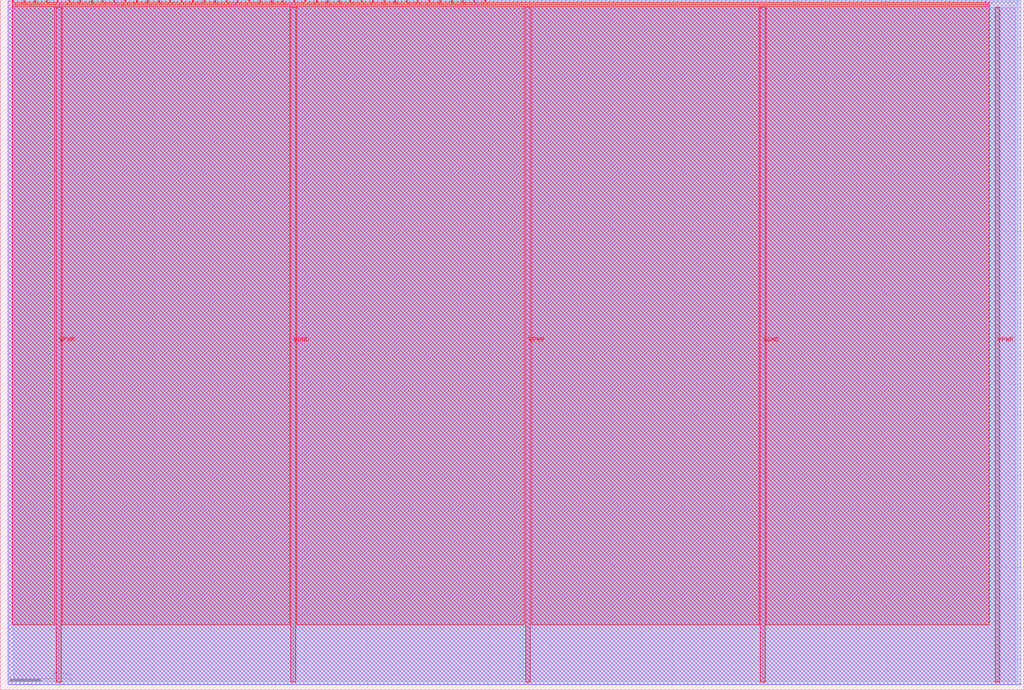
<source format=lef>
VERSION 5.7 ;
  NOWIREEXTENSIONATPIN ON ;
  DIVIDERCHAR "/" ;
  BUSBITCHARS "[]" ;
MACRO tt_um_MichaelBell_tinyQV
  CLASS BLOCK ;
  FOREIGN tt_um_MichaelBell_tinyQV ;
  ORIGIN 0.000 0.000 ;
  SIZE 334.880 BY 225.760 ;
  PIN VGND
    DIRECTION INOUT ;
    USE GROUND ;
    PORT
      LAYER met4 ;
        RECT 95.080 2.480 96.680 223.280 ;
    END
    PORT
      LAYER met4 ;
        RECT 248.680 2.480 250.280 223.280 ;
    END
  END VGND
  PIN VPWR
    DIRECTION INOUT ;
    USE POWER ;
    PORT
      LAYER met4 ;
        RECT 18.280 2.480 19.880 223.280 ;
    END
    PORT
      LAYER met4 ;
        RECT 171.880 2.480 173.480 223.280 ;
    END
    PORT
      LAYER met4 ;
        RECT 325.480 2.480 327.080 223.280 ;
    END
  END VPWR
  PIN clk
    DIRECTION INPUT ;
    USE SIGNAL ;
    ANTENNAGATEAREA 0.852000 ;
    PORT
      LAYER met4 ;
        RECT 154.870 224.760 155.170 225.760 ;
    END
  END clk
  PIN ena
    DIRECTION INPUT ;
    USE SIGNAL ;
    PORT
      LAYER met4 ;
        RECT 158.550 224.760 158.850 225.760 ;
    END
  END ena
  PIN rst_n
    DIRECTION INPUT ;
    USE SIGNAL ;
    ANTENNAGATEAREA 0.159000 ;
    PORT
      LAYER met4 ;
        RECT 151.190 224.760 151.490 225.760 ;
    END
  END rst_n
  PIN ui_in[0]
    DIRECTION INPUT ;
    USE SIGNAL ;
    ANTENNAGATEAREA 0.196500 ;
    PORT
      LAYER met4 ;
        RECT 147.510 224.760 147.810 225.760 ;
    END
  END ui_in[0]
  PIN ui_in[1]
    DIRECTION INPUT ;
    USE SIGNAL ;
    ANTENNAGATEAREA 0.213000 ;
    PORT
      LAYER met4 ;
        RECT 143.830 224.760 144.130 225.760 ;
    END
  END ui_in[1]
  PIN ui_in[2]
    DIRECTION INPUT ;
    USE SIGNAL ;
    ANTENNAGATEAREA 0.196500 ;
    PORT
      LAYER met4 ;
        RECT 140.150 224.760 140.450 225.760 ;
    END
  END ui_in[2]
  PIN ui_in[3]
    DIRECTION INPUT ;
    USE SIGNAL ;
    ANTENNAGATEAREA 0.159000 ;
    PORT
      LAYER met4 ;
        RECT 136.470 224.760 136.770 225.760 ;
    END
  END ui_in[3]
  PIN ui_in[4]
    DIRECTION INPUT ;
    USE SIGNAL ;
    ANTENNAGATEAREA 0.159000 ;
    PORT
      LAYER met4 ;
        RECT 132.790 224.760 133.090 225.760 ;
    END
  END ui_in[4]
  PIN ui_in[5]
    DIRECTION INPUT ;
    USE SIGNAL ;
    ANTENNAGATEAREA 0.196500 ;
    PORT
      LAYER met4 ;
        RECT 129.110 224.760 129.410 225.760 ;
    END
  END ui_in[5]
  PIN ui_in[6]
    DIRECTION INPUT ;
    USE SIGNAL ;
    ANTENNAGATEAREA 0.196500 ;
    PORT
      LAYER met4 ;
        RECT 125.430 224.760 125.730 225.760 ;
    END
  END ui_in[6]
  PIN ui_in[7]
    DIRECTION INPUT ;
    USE SIGNAL ;
    ANTENNAGATEAREA 0.126000 ;
    PORT
      LAYER met4 ;
        RECT 121.750 224.760 122.050 225.760 ;
    END
  END ui_in[7]
  PIN uio_in[0]
    DIRECTION INPUT ;
    USE SIGNAL ;
    PORT
      LAYER met4 ;
        RECT 118.070 224.760 118.370 225.760 ;
    END
  END uio_in[0]
  PIN uio_in[1]
    DIRECTION INPUT ;
    USE SIGNAL ;
    ANTENNAGATEAREA 0.196500 ;
    PORT
      LAYER met4 ;
        RECT 114.390 224.760 114.690 225.760 ;
    END
  END uio_in[1]
  PIN uio_in[2]
    DIRECTION INPUT ;
    USE SIGNAL ;
    ANTENNAGATEAREA 0.196500 ;
    PORT
      LAYER met4 ;
        RECT 110.710 224.760 111.010 225.760 ;
    END
  END uio_in[2]
  PIN uio_in[3]
    DIRECTION INPUT ;
    USE SIGNAL ;
    PORT
      LAYER met4 ;
        RECT 107.030 224.760 107.330 225.760 ;
    END
  END uio_in[3]
  PIN uio_in[4]
    DIRECTION INPUT ;
    USE SIGNAL ;
    ANTENNAGATEAREA 0.196500 ;
    PORT
      LAYER met4 ;
        RECT 103.350 224.760 103.650 225.760 ;
    END
  END uio_in[4]
  PIN uio_in[5]
    DIRECTION INPUT ;
    USE SIGNAL ;
    ANTENNAGATEAREA 0.196500 ;
    PORT
      LAYER met4 ;
        RECT 99.670 224.760 99.970 225.760 ;
    END
  END uio_in[5]
  PIN uio_in[6]
    DIRECTION INPUT ;
    USE SIGNAL ;
    PORT
      LAYER met4 ;
        RECT 95.990 224.760 96.290 225.760 ;
    END
  END uio_in[6]
  PIN uio_in[7]
    DIRECTION INPUT ;
    USE SIGNAL ;
    PORT
      LAYER met4 ;
        RECT 92.310 224.760 92.610 225.760 ;
    END
  END uio_in[7]
  PIN uio_oe[0]
    DIRECTION OUTPUT TRISTATE ;
    USE SIGNAL ;
    ANTENNADIFFAREA 0.795200 ;
    PORT
      LAYER met4 ;
        RECT 29.750 224.760 30.050 225.760 ;
    END
  END uio_oe[0]
  PIN uio_oe[1]
    DIRECTION OUTPUT TRISTATE ;
    USE SIGNAL ;
    ANTENNADIFFAREA 0.795200 ;
    PORT
      LAYER met4 ;
        RECT 26.070 224.760 26.370 225.760 ;
    END
  END uio_oe[1]
  PIN uio_oe[2]
    DIRECTION OUTPUT TRISTATE ;
    USE SIGNAL ;
    ANTENNADIFFAREA 0.795200 ;
    PORT
      LAYER met4 ;
        RECT 22.390 224.760 22.690 225.760 ;
    END
  END uio_oe[2]
  PIN uio_oe[3]
    DIRECTION OUTPUT TRISTATE ;
    USE SIGNAL ;
    ANTENNADIFFAREA 0.795200 ;
    PORT
      LAYER met4 ;
        RECT 18.710 224.760 19.010 225.760 ;
    END
  END uio_oe[3]
  PIN uio_oe[4]
    DIRECTION OUTPUT TRISTATE ;
    USE SIGNAL ;
    ANTENNADIFFAREA 0.795200 ;
    PORT
      LAYER met4 ;
        RECT 15.030 224.760 15.330 225.760 ;
    END
  END uio_oe[4]
  PIN uio_oe[5]
    DIRECTION OUTPUT TRISTATE ;
    USE SIGNAL ;
    ANTENNAGATEAREA 0.639000 ;
    ANTENNADIFFAREA 0.795200 ;
    PORT
      LAYER met4 ;
        RECT 11.350 224.760 11.650 225.760 ;
    END
  END uio_oe[5]
  PIN uio_oe[6]
    DIRECTION OUTPUT TRISTATE ;
    USE SIGNAL ;
    ANTENNADIFFAREA 0.795200 ;
    PORT
      LAYER met4 ;
        RECT 7.670 224.760 7.970 225.760 ;
    END
  END uio_oe[6]
  PIN uio_oe[7]
    DIRECTION OUTPUT TRISTATE ;
    USE SIGNAL ;
    ANTENNADIFFAREA 0.795200 ;
    PORT
      LAYER met4 ;
        RECT 3.990 224.760 4.290 225.760 ;
    END
  END uio_oe[7]
  PIN uio_out[0]
    DIRECTION OUTPUT TRISTATE ;
    USE SIGNAL ;
    ANTENNADIFFAREA 0.795200 ;
    PORT
      LAYER met4 ;
        RECT 59.190 224.760 59.490 225.760 ;
    END
  END uio_out[0]
  PIN uio_out[1]
    DIRECTION OUTPUT TRISTATE ;
    USE SIGNAL ;
    ANTENNADIFFAREA 0.891000 ;
    PORT
      LAYER met4 ;
        RECT 55.510 224.760 55.810 225.760 ;
    END
  END uio_out[1]
  PIN uio_out[2]
    DIRECTION OUTPUT TRISTATE ;
    USE SIGNAL ;
    ANTENNADIFFAREA 0.933750 ;
    PORT
      LAYER met4 ;
        RECT 51.830 224.760 52.130 225.760 ;
    END
  END uio_out[2]
  PIN uio_out[3]
    DIRECTION OUTPUT TRISTATE ;
    USE SIGNAL ;
    ANTENNADIFFAREA 0.795200 ;
    PORT
      LAYER met4 ;
        RECT 48.150 224.760 48.450 225.760 ;
    END
  END uio_out[3]
  PIN uio_out[4]
    DIRECTION OUTPUT TRISTATE ;
    USE SIGNAL ;
    ANTENNADIFFAREA 0.891000 ;
    PORT
      LAYER met4 ;
        RECT 44.470 224.760 44.770 225.760 ;
    END
  END uio_out[4]
  PIN uio_out[5]
    DIRECTION OUTPUT TRISTATE ;
    USE SIGNAL ;
    ANTENNADIFFAREA 0.795200 ;
    PORT
      LAYER met4 ;
        RECT 40.790 224.760 41.090 225.760 ;
    END
  END uio_out[5]
  PIN uio_out[6]
    DIRECTION OUTPUT TRISTATE ;
    USE SIGNAL ;
    ANTENNADIFFAREA 0.795200 ;
    PORT
      LAYER met4 ;
        RECT 37.110 224.760 37.410 225.760 ;
    END
  END uio_out[6]
  PIN uio_out[7]
    DIRECTION OUTPUT TRISTATE ;
    USE SIGNAL ;
    ANTENNADIFFAREA 0.795200 ;
    PORT
      LAYER met4 ;
        RECT 33.430 224.760 33.730 225.760 ;
    END
  END uio_out[7]
  PIN uo_out[0]
    DIRECTION OUTPUT TRISTATE ;
    USE SIGNAL ;
    ANTENNAGATEAREA 0.247500 ;
    ANTENNADIFFAREA 0.891000 ;
    PORT
      LAYER met4 ;
        RECT 88.630 224.760 88.930 225.760 ;
    END
  END uo_out[0]
  PIN uo_out[1]
    DIRECTION OUTPUT TRISTATE ;
    USE SIGNAL ;
    ANTENNAGATEAREA 0.247500 ;
    ANTENNADIFFAREA 0.891000 ;
    PORT
      LAYER met4 ;
        RECT 84.950 224.760 85.250 225.760 ;
    END
  END uo_out[1]
  PIN uo_out[2]
    DIRECTION OUTPUT TRISTATE ;
    USE SIGNAL ;
    ANTENNAGATEAREA 0.247500 ;
    ANTENNADIFFAREA 0.891000 ;
    PORT
      LAYER met4 ;
        RECT 81.270 224.760 81.570 225.760 ;
    END
  END uo_out[2]
  PIN uo_out[3]
    DIRECTION OUTPUT TRISTATE ;
    USE SIGNAL ;
    ANTENNAGATEAREA 0.247500 ;
    ANTENNADIFFAREA 0.891000 ;
    PORT
      LAYER met4 ;
        RECT 77.590 224.760 77.890 225.760 ;
    END
  END uo_out[3]
  PIN uo_out[4]
    DIRECTION OUTPUT TRISTATE ;
    USE SIGNAL ;
    ANTENNAGATEAREA 0.247500 ;
    ANTENNADIFFAREA 0.891000 ;
    PORT
      LAYER met4 ;
        RECT 73.910 224.760 74.210 225.760 ;
    END
  END uo_out[4]
  PIN uo_out[5]
    DIRECTION OUTPUT TRISTATE ;
    USE SIGNAL ;
    ANTENNAGATEAREA 0.247500 ;
    ANTENNADIFFAREA 0.891000 ;
    PORT
      LAYER met4 ;
        RECT 70.230 224.760 70.530 225.760 ;
    END
  END uo_out[5]
  PIN uo_out[6]
    DIRECTION OUTPUT TRISTATE ;
    USE SIGNAL ;
    ANTENNAGATEAREA 0.247500 ;
    ANTENNADIFFAREA 0.891000 ;
    PORT
      LAYER met4 ;
        RECT 66.550 224.760 66.850 225.760 ;
    END
  END uo_out[6]
  PIN uo_out[7]
    DIRECTION OUTPUT TRISTATE ;
    USE SIGNAL ;
    ANTENNAGATEAREA 0.247500 ;
    ANTENNADIFFAREA 1.782000 ;
    PORT
      LAYER met4 ;
        RECT 62.870 224.760 63.170 225.760 ;
    END
  END uo_out[7]
  OBS
      LAYER li1 ;
        RECT 2.760 2.635 332.120 223.125 ;
      LAYER met1 ;
        RECT 2.460 1.740 333.890 225.380 ;
      LAYER met2 ;
        RECT 2.860 1.710 333.860 225.410 ;
      LAYER met3 ;
        RECT 4.205 2.555 332.975 224.905 ;
      LAYER met4 ;
        RECT 4.690 224.360 7.270 224.905 ;
        RECT 8.370 224.360 10.950 224.905 ;
        RECT 12.050 224.360 14.630 224.905 ;
        RECT 15.730 224.360 18.310 224.905 ;
        RECT 19.410 224.360 21.990 224.905 ;
        RECT 23.090 224.360 25.670 224.905 ;
        RECT 26.770 224.360 29.350 224.905 ;
        RECT 30.450 224.360 33.030 224.905 ;
        RECT 34.130 224.360 36.710 224.905 ;
        RECT 37.810 224.360 40.390 224.905 ;
        RECT 41.490 224.360 44.070 224.905 ;
        RECT 45.170 224.360 47.750 224.905 ;
        RECT 48.850 224.360 51.430 224.905 ;
        RECT 52.530 224.360 55.110 224.905 ;
        RECT 56.210 224.360 58.790 224.905 ;
        RECT 59.890 224.360 62.470 224.905 ;
        RECT 63.570 224.360 66.150 224.905 ;
        RECT 67.250 224.360 69.830 224.905 ;
        RECT 70.930 224.360 73.510 224.905 ;
        RECT 74.610 224.360 77.190 224.905 ;
        RECT 78.290 224.360 80.870 224.905 ;
        RECT 81.970 224.360 84.550 224.905 ;
        RECT 85.650 224.360 88.230 224.905 ;
        RECT 89.330 224.360 91.910 224.905 ;
        RECT 93.010 224.360 95.590 224.905 ;
        RECT 96.690 224.360 99.270 224.905 ;
        RECT 100.370 224.360 102.950 224.905 ;
        RECT 104.050 224.360 106.630 224.905 ;
        RECT 107.730 224.360 110.310 224.905 ;
        RECT 111.410 224.360 113.990 224.905 ;
        RECT 115.090 224.360 117.670 224.905 ;
        RECT 118.770 224.360 121.350 224.905 ;
        RECT 122.450 224.360 125.030 224.905 ;
        RECT 126.130 224.360 128.710 224.905 ;
        RECT 129.810 224.360 132.390 224.905 ;
        RECT 133.490 224.360 136.070 224.905 ;
        RECT 137.170 224.360 139.750 224.905 ;
        RECT 140.850 224.360 143.430 224.905 ;
        RECT 144.530 224.360 147.110 224.905 ;
        RECT 148.210 224.360 150.790 224.905 ;
        RECT 151.890 224.360 154.470 224.905 ;
        RECT 155.570 224.360 158.150 224.905 ;
        RECT 159.250 224.360 323.545 224.905 ;
        RECT 3.990 223.680 323.545 224.360 ;
        RECT 3.990 21.255 17.880 223.680 ;
        RECT 20.280 21.255 94.680 223.680 ;
        RECT 97.080 21.255 171.480 223.680 ;
        RECT 173.880 21.255 248.280 223.680 ;
        RECT 250.680 21.255 323.545 223.680 ;
  END
END tt_um_MichaelBell_tinyQV
END LIBRARY


</source>
